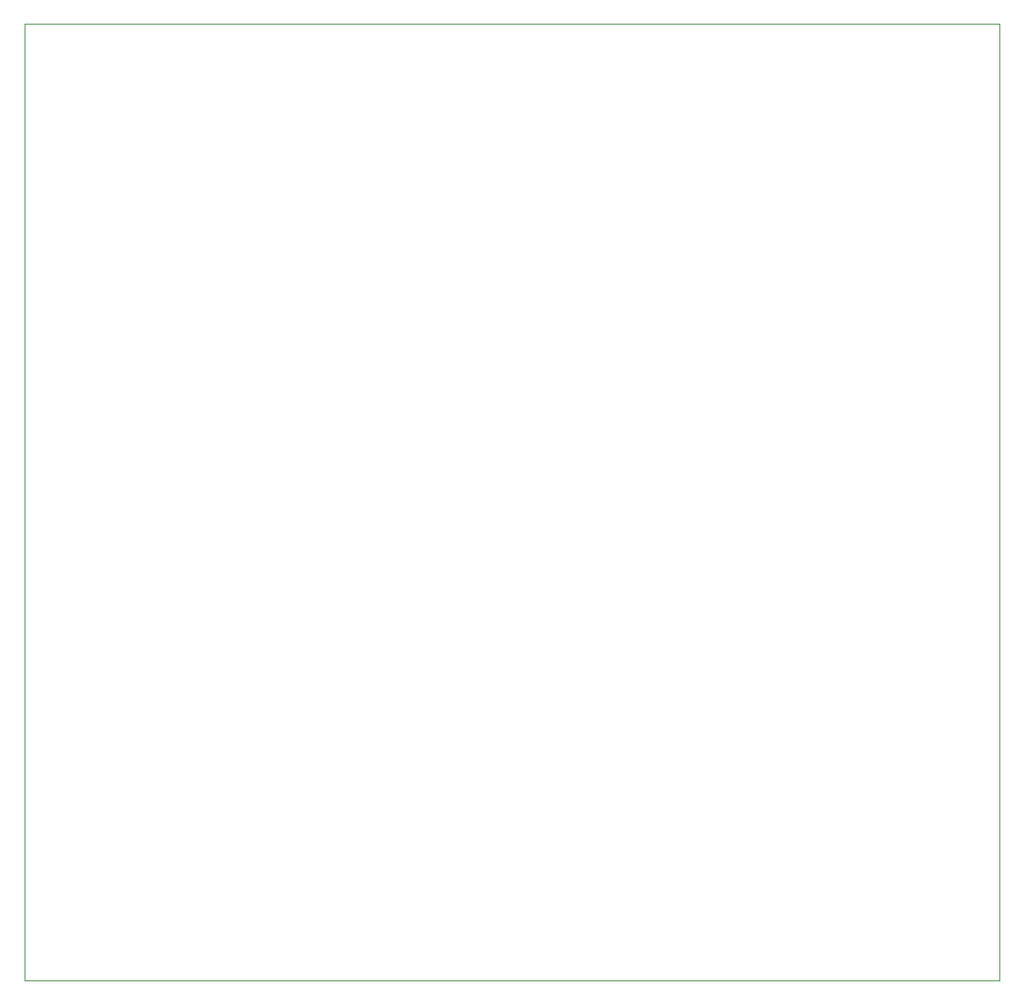
<source format=gbr>
G04 #@! TF.GenerationSoftware,KiCad,Pcbnew,5.1.5+dfsg1-2build2*
G04 #@! TF.CreationDate,2021-12-23T23:12:40-03:00*
G04 #@! TF.ProjectId,board_test,626f6172-645f-4746-9573-742e6b696361,rev?*
G04 #@! TF.SameCoordinates,Original*
G04 #@! TF.FileFunction,Profile,NP*
%FSLAX46Y46*%
G04 Gerber Fmt 4.6, Leading zero omitted, Abs format (unit mm)*
G04 Created by KiCad (PCBNEW 5.1.5+dfsg1-2build2) date 2021-12-23 23:12:40*
%MOMM*%
%LPD*%
G04 APERTURE LIST*
%ADD10C,0.050000*%
G04 APERTURE END LIST*
D10*
X255030000Y-113150000D02*
X254000000Y-113150000D01*
X255030000Y-17520000D02*
X255030000Y-113150000D01*
X254010000Y-17520000D02*
X255030000Y-17520000D01*
X157670000Y-17520000D02*
X158570000Y-17520000D01*
X157670000Y-113150000D02*
X157670000Y-17520000D01*
X158870000Y-113150000D02*
X157670000Y-113150000D01*
X254000000Y-113150000D02*
X158870000Y-113150000D01*
X158570000Y-17520000D02*
X254000000Y-17520000D01*
M02*

</source>
